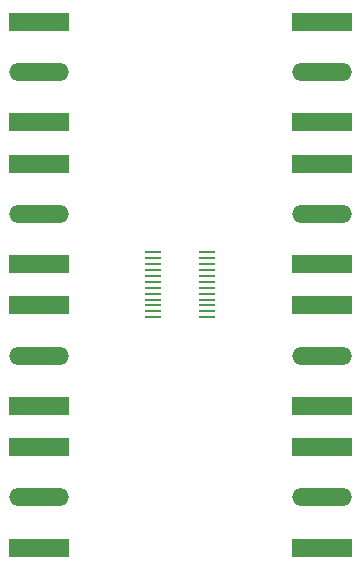
<source format=gtp>
G04 #@! TF.GenerationSoftware,KiCad,Pcbnew,6.0.0-unknown-70ca025~86~ubuntu16.04.1*
G04 #@! TF.CreationDate,2019-07-17T04:15:05+00:00*
G04 #@! TF.ProjectId,usb-type-c-breakout,7573622d-7479-4706-952d-632d62726561,rev?*
G04 #@! TF.SameCoordinates,Original*
G04 #@! TF.FileFunction,Paste,Top*
G04 #@! TF.FilePolarity,Positive*
%FSLAX46Y46*%
G04 Gerber Fmt 4.6, Leading zero omitted, Abs format (unit mm)*
G04 Created by KiCad (PCBNEW 6.0.0-unknown-70ca025~86~ubuntu16.04.1) date 2019-07-17 04:15:05*
%MOMM*%
%LPD*%
G04 APERTURE LIST*
%ADD10R,1.400000X0.270000*%
%ADD11O,5.080000X1.500000*%
%ADD12R,5.080000X1.500000*%
G04 APERTURE END LIST*
D10*
X97700000Y-102750000D03*
X102300000Y-102750000D03*
X97700000Y-102250000D03*
X102300000Y-102250000D03*
X97700000Y-101750000D03*
X102300000Y-101750000D03*
X97700000Y-101250000D03*
X102300000Y-101250000D03*
X97700000Y-100750000D03*
X102300000Y-100750000D03*
X97700000Y-100250000D03*
X102300000Y-100250000D03*
X97700000Y-99750000D03*
X102300000Y-99750000D03*
X97700000Y-99250000D03*
X102300000Y-99250000D03*
X97700000Y-98750000D03*
X102300000Y-98750000D03*
X97700000Y-98250000D03*
X102300000Y-98250000D03*
X97700000Y-97750000D03*
X102300000Y-97750000D03*
X97700000Y-97250000D03*
X102300000Y-97250000D03*
D11*
X88000000Y-82000000D03*
D12*
X88000000Y-86250000D03*
X88000000Y-77750000D03*
D11*
X88000000Y-94000000D03*
D12*
X88000000Y-98250000D03*
X88000000Y-89750000D03*
D11*
X88000000Y-106000000D03*
D12*
X88000000Y-110250000D03*
X88000000Y-101750000D03*
D11*
X88000000Y-118000000D03*
D12*
X88000000Y-122250000D03*
X88000000Y-113750000D03*
D11*
X112000000Y-118000000D03*
D12*
X112000000Y-113750000D03*
X112000000Y-122250000D03*
D11*
X112000000Y-106000000D03*
D12*
X112000000Y-101750000D03*
X112000000Y-110250000D03*
D11*
X112000000Y-94000000D03*
D12*
X112000000Y-89750000D03*
X112000000Y-98250000D03*
D11*
X112000000Y-82000000D03*
D12*
X112000000Y-77750000D03*
X112000000Y-86250000D03*
M02*

</source>
